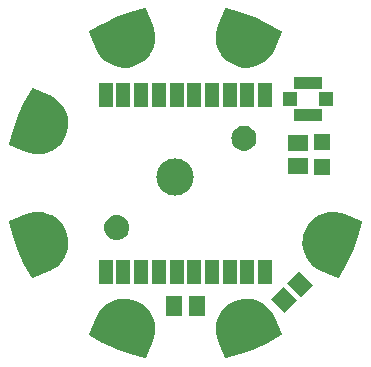
<source format=gbr>
G04 EAGLE Gerber RS-274X export*
G75*
%MOMM*%
%FSLAX34Y34*%
%LPD*%
%INSoldermask Top*%
%IPPOS*%
%AMOC8*
5,1,8,0,0,1.08239X$1,22.5*%
G01*
%ADD10R,1.152400X2.152400*%
%ADD11C,3.152400*%
%ADD12R,1.352400X1.352400*%
%ADD13R,1.652400X1.452400*%
%ADD14R,1.452400X1.652400*%
%ADD15R,2.352400X1.002400*%
%ADD16R,1.202400X1.152400*%
%ADD17C,2.692400*%

G36*
X-129377Y-80320D02*
X-129377Y-80320D01*
X-129352Y-80322D01*
X-129212Y-80287D01*
X-129181Y-80281D01*
X-129176Y-80278D01*
X-129170Y-80277D01*
X-115090Y-74445D01*
X-115073Y-74434D01*
X-115049Y-74426D01*
X-111809Y-72804D01*
X-111778Y-72781D01*
X-111731Y-72757D01*
X-108754Y-70691D01*
X-108733Y-70670D01*
X-108712Y-70657D01*
X-108705Y-70649D01*
X-108683Y-70634D01*
X-106031Y-68164D01*
X-106008Y-68134D01*
X-105969Y-68098D01*
X-103695Y-65276D01*
X-103677Y-65243D01*
X-103644Y-65202D01*
X-101794Y-62085D01*
X-101781Y-62049D01*
X-101754Y-62004D01*
X-100367Y-58656D01*
X-100359Y-58619D01*
X-100339Y-58570D01*
X-99442Y-55059D01*
X-99440Y-55021D01*
X-99426Y-54970D01*
X-99039Y-51366D01*
X-99042Y-51328D01*
X-99036Y-51276D01*
X-99165Y-47654D01*
X-99173Y-47617D01*
X-99175Y-47564D01*
X-99818Y-43998D01*
X-99831Y-43962D01*
X-99840Y-43910D01*
X-100985Y-40472D01*
X-101003Y-40438D01*
X-101020Y-40388D01*
X-102642Y-37147D01*
X-102665Y-37117D01*
X-102688Y-37069D01*
X-104755Y-34093D01*
X-104782Y-34066D01*
X-104812Y-34022D01*
X-107281Y-31370D01*
X-107312Y-31347D01*
X-107347Y-31308D01*
X-110169Y-29034D01*
X-110203Y-29016D01*
X-110243Y-28982D01*
X-113360Y-27133D01*
X-113396Y-27120D01*
X-113441Y-27093D01*
X-116789Y-25706D01*
X-116826Y-25698D01*
X-116875Y-25677D01*
X-120387Y-24781D01*
X-120425Y-24778D01*
X-120476Y-24765D01*
X-124079Y-24378D01*
X-124117Y-24380D01*
X-124169Y-24374D01*
X-127791Y-24504D01*
X-127828Y-24512D01*
X-127881Y-24513D01*
X-131447Y-25157D01*
X-131483Y-25170D01*
X-131535Y-25179D01*
X-134974Y-26324D01*
X-134991Y-26333D01*
X-135016Y-26340D01*
X-149096Y-32172D01*
X-149117Y-32185D01*
X-149140Y-32192D01*
X-149205Y-32241D01*
X-149264Y-32276D01*
X-149270Y-32283D01*
X-149285Y-32293D01*
X-149300Y-32312D01*
X-149319Y-32327D01*
X-149367Y-32401D01*
X-149374Y-32411D01*
X-149405Y-32450D01*
X-149407Y-32456D01*
X-149420Y-32472D01*
X-149427Y-32496D01*
X-149440Y-32516D01*
X-149458Y-32602D01*
X-149470Y-32641D01*
X-149477Y-32662D01*
X-149477Y-32665D01*
X-149484Y-32687D01*
X-149482Y-32712D01*
X-149487Y-32736D01*
X-149471Y-32878D01*
X-149471Y-32881D01*
X-149471Y-32887D01*
X-149470Y-32887D01*
X-149469Y-32911D01*
X-149467Y-32916D01*
X-149466Y-32922D01*
X-146163Y-45248D01*
X-146153Y-45270D01*
X-146147Y-45300D01*
X-141782Y-57291D01*
X-141770Y-57313D01*
X-141761Y-57343D01*
X-136368Y-68908D01*
X-136354Y-68928D01*
X-136343Y-68957D01*
X-129962Y-80008D01*
X-129947Y-80027D01*
X-129937Y-80049D01*
X-129875Y-80112D01*
X-129818Y-80179D01*
X-129796Y-80191D01*
X-129779Y-80209D01*
X-129699Y-80246D01*
X-129622Y-80289D01*
X-129598Y-80293D01*
X-129576Y-80304D01*
X-129488Y-80311D01*
X-129401Y-80325D01*
X-129377Y-80320D01*
G37*
G36*
X129414Y-80321D02*
X129414Y-80321D01*
X129438Y-80324D01*
X129524Y-80305D01*
X129612Y-80293D01*
X129633Y-80281D01*
X129657Y-80276D01*
X129731Y-80228D01*
X129809Y-80186D01*
X129825Y-80168D01*
X129846Y-80155D01*
X129935Y-80042D01*
X129957Y-80017D01*
X129958Y-80013D01*
X129962Y-80008D01*
X136343Y-68957D01*
X136351Y-68934D01*
X136368Y-68908D01*
X141761Y-57343D01*
X141767Y-57319D01*
X141782Y-57291D01*
X146147Y-45300D01*
X146151Y-45276D01*
X146163Y-45248D01*
X149466Y-32922D01*
X149468Y-32897D01*
X149477Y-32875D01*
X149477Y-32851D01*
X149477Y-32850D01*
X149477Y-32841D01*
X149477Y-32786D01*
X149485Y-32698D01*
X149478Y-32675D01*
X149478Y-32650D01*
X149471Y-32629D01*
X149471Y-32626D01*
X149460Y-32600D01*
X149448Y-32567D01*
X149425Y-32482D01*
X149410Y-32462D01*
X149402Y-32439D01*
X149389Y-32424D01*
X149386Y-32418D01*
X149349Y-32377D01*
X149345Y-32372D01*
X149293Y-32300D01*
X149273Y-32287D01*
X149257Y-32268D01*
X149241Y-32259D01*
X149235Y-32252D01*
X149201Y-32235D01*
X149133Y-32194D01*
X149106Y-32176D01*
X149101Y-32175D01*
X149096Y-32172D01*
X135016Y-26340D01*
X134996Y-26335D01*
X134974Y-26324D01*
X131535Y-25179D01*
X131519Y-25177D01*
X131511Y-25173D01*
X131482Y-25168D01*
X131447Y-25157D01*
X127881Y-24513D01*
X127843Y-24513D01*
X127791Y-24504D01*
X124169Y-24374D01*
X124132Y-24380D01*
X124079Y-24378D01*
X120476Y-24765D01*
X120439Y-24776D01*
X120387Y-24781D01*
X116875Y-25677D01*
X116840Y-25693D01*
X116789Y-25706D01*
X113441Y-27093D01*
X113409Y-27113D01*
X113360Y-27133D01*
X110243Y-28982D01*
X110215Y-29007D01*
X110169Y-29034D01*
X107347Y-31308D01*
X107322Y-31337D01*
X107281Y-31370D01*
X104812Y-34022D01*
X104791Y-34054D01*
X104755Y-34093D01*
X102688Y-37069D01*
X102672Y-37104D01*
X102642Y-37147D01*
X101020Y-40388D01*
X101009Y-40425D01*
X100985Y-40472D01*
X99840Y-43910D01*
X99835Y-43948D01*
X99818Y-43998D01*
X99175Y-47564D01*
X99175Y-47603D01*
X99165Y-47654D01*
X99036Y-51276D01*
X99041Y-51314D01*
X99039Y-51366D01*
X99426Y-54970D01*
X99437Y-55006D01*
X99442Y-55059D01*
X100339Y-58570D01*
X100354Y-58605D01*
X100367Y-58656D01*
X101754Y-62004D01*
X101775Y-62036D01*
X101794Y-62085D01*
X103644Y-65202D01*
X103669Y-65231D01*
X103695Y-65276D01*
X105969Y-68098D01*
X105998Y-68123D01*
X106031Y-68164D01*
X108683Y-70634D01*
X108715Y-70654D01*
X108726Y-70664D01*
X108741Y-70681D01*
X108747Y-70684D01*
X108754Y-70691D01*
X111731Y-72757D01*
X111765Y-72773D01*
X111809Y-72804D01*
X115049Y-74426D01*
X115069Y-74431D01*
X115090Y-74445D01*
X129170Y-80277D01*
X129194Y-80282D01*
X129216Y-80293D01*
X129303Y-80306D01*
X129390Y-80325D01*
X129414Y-80321D01*
G37*
G36*
X-33945Y-148208D02*
X-33945Y-148208D01*
X-33920Y-148208D01*
X-33837Y-148178D01*
X-33752Y-148155D01*
X-33732Y-148140D01*
X-33709Y-148132D01*
X-33642Y-148075D01*
X-33570Y-148023D01*
X-33557Y-148003D01*
X-33538Y-147987D01*
X-33464Y-147863D01*
X-33446Y-147836D01*
X-33445Y-147831D01*
X-33442Y-147826D01*
X-27610Y-133746D01*
X-27605Y-133726D01*
X-27594Y-133704D01*
X-26449Y-130265D01*
X-26444Y-130228D01*
X-26427Y-130177D01*
X-25783Y-126611D01*
X-25783Y-126573D01*
X-25774Y-126521D01*
X-25644Y-122899D01*
X-25650Y-122862D01*
X-25648Y-122809D01*
X-26035Y-119206D01*
X-26046Y-119169D01*
X-26051Y-119117D01*
X-26947Y-115605D01*
X-26963Y-115570D01*
X-26976Y-115519D01*
X-28363Y-112171D01*
X-28383Y-112139D01*
X-28403Y-112090D01*
X-30252Y-108973D01*
X-30277Y-108945D01*
X-30304Y-108899D01*
X-32578Y-106077D01*
X-32607Y-106052D01*
X-32640Y-106011D01*
X-35292Y-103542D01*
X-35324Y-103521D01*
X-35363Y-103485D01*
X-38339Y-101418D01*
X-38374Y-101402D01*
X-38417Y-101372D01*
X-41658Y-99750D01*
X-41695Y-99739D01*
X-41742Y-99715D01*
X-45180Y-98570D01*
X-45218Y-98565D01*
X-45268Y-98548D01*
X-48834Y-97905D01*
X-48873Y-97905D01*
X-48924Y-97895D01*
X-52546Y-97766D01*
X-52584Y-97771D01*
X-52636Y-97769D01*
X-56240Y-98156D01*
X-56276Y-98167D01*
X-56329Y-98172D01*
X-59840Y-99069D01*
X-59875Y-99084D01*
X-59926Y-99097D01*
X-63274Y-100484D01*
X-63306Y-100505D01*
X-63355Y-100524D01*
X-66472Y-102374D01*
X-66501Y-102399D01*
X-66546Y-102425D01*
X-69368Y-104699D01*
X-69393Y-104728D01*
X-69434Y-104761D01*
X-71904Y-107413D01*
X-71924Y-107445D01*
X-71961Y-107484D01*
X-74027Y-110461D01*
X-74037Y-110482D01*
X-74044Y-110491D01*
X-74048Y-110502D01*
X-74074Y-110539D01*
X-75696Y-113779D01*
X-75701Y-113799D01*
X-75715Y-113820D01*
X-81547Y-127900D01*
X-81552Y-127924D01*
X-81563Y-127946D01*
X-81576Y-128033D01*
X-81595Y-128120D01*
X-81591Y-128144D01*
X-81594Y-128168D01*
X-81575Y-128254D01*
X-81563Y-128342D01*
X-81551Y-128363D01*
X-81546Y-128387D01*
X-81498Y-128461D01*
X-81456Y-128539D01*
X-81438Y-128555D01*
X-81425Y-128576D01*
X-81312Y-128665D01*
X-81287Y-128687D01*
X-81283Y-128688D01*
X-81278Y-128692D01*
X-70227Y-135073D01*
X-70204Y-135081D01*
X-70178Y-135098D01*
X-58613Y-140491D01*
X-58589Y-140497D01*
X-58561Y-140512D01*
X-46570Y-144877D01*
X-46546Y-144881D01*
X-46518Y-144893D01*
X-34192Y-148196D01*
X-34167Y-148198D01*
X-34145Y-148207D01*
X-34056Y-148207D01*
X-33968Y-148215D01*
X-33945Y-148208D01*
G37*
G36*
X-48924Y97895D02*
X-48924Y97895D01*
X-48887Y97903D01*
X-48834Y97905D01*
X-45268Y98548D01*
X-45232Y98561D01*
X-45180Y98570D01*
X-41742Y99715D01*
X-41708Y99733D01*
X-41658Y99750D01*
X-38417Y101372D01*
X-38387Y101395D01*
X-38339Y101418D01*
X-35363Y103485D01*
X-35336Y103512D01*
X-35292Y103542D01*
X-32640Y106011D01*
X-32617Y106042D01*
X-32578Y106077D01*
X-30304Y108899D01*
X-30286Y108933D01*
X-30252Y108973D01*
X-28403Y112090D01*
X-28390Y112126D01*
X-28363Y112171D01*
X-26976Y115519D01*
X-26968Y115556D01*
X-26947Y115605D01*
X-26051Y119117D01*
X-26048Y119155D01*
X-26035Y119206D01*
X-25648Y122809D01*
X-25650Y122847D01*
X-25644Y122899D01*
X-25774Y126521D01*
X-25782Y126558D01*
X-25783Y126611D01*
X-26427Y130177D01*
X-26440Y130213D01*
X-26449Y130265D01*
X-27594Y133704D01*
X-27603Y133721D01*
X-27610Y133746D01*
X-33442Y147826D01*
X-33455Y147847D01*
X-33462Y147870D01*
X-33515Y147940D01*
X-33563Y148015D01*
X-33582Y148030D01*
X-33597Y148049D01*
X-33671Y148097D01*
X-33742Y148150D01*
X-33766Y148157D01*
X-33786Y148170D01*
X-33872Y148188D01*
X-33957Y148214D01*
X-33982Y148212D01*
X-34006Y148217D01*
X-34148Y148201D01*
X-34181Y148199D01*
X-34186Y148197D01*
X-34192Y148196D01*
X-46518Y144893D01*
X-46540Y144883D01*
X-46570Y144877D01*
X-58561Y140512D01*
X-58583Y140500D01*
X-58613Y140491D01*
X-70178Y135098D01*
X-70198Y135084D01*
X-70227Y135073D01*
X-81278Y128692D01*
X-81297Y128677D01*
X-81319Y128667D01*
X-81382Y128605D01*
X-81449Y128548D01*
X-81461Y128526D01*
X-81479Y128509D01*
X-81516Y128429D01*
X-81559Y128352D01*
X-81563Y128328D01*
X-81574Y128306D01*
X-81581Y128218D01*
X-81595Y128131D01*
X-81590Y128107D01*
X-81592Y128082D01*
X-81557Y127942D01*
X-81551Y127911D01*
X-81548Y127906D01*
X-81547Y127900D01*
X-75715Y113820D01*
X-75704Y113803D01*
X-75696Y113779D01*
X-74074Y110539D01*
X-74051Y110508D01*
X-74027Y110461D01*
X-71961Y107484D01*
X-71934Y107457D01*
X-71904Y107413D01*
X-69434Y104761D01*
X-69404Y104738D01*
X-69368Y104699D01*
X-66546Y102425D01*
X-66513Y102407D01*
X-66472Y102374D01*
X-63355Y100524D01*
X-63319Y100511D01*
X-63274Y100484D01*
X-59926Y99097D01*
X-59889Y99089D01*
X-59840Y99069D01*
X-56329Y98172D01*
X-56291Y98170D01*
X-56240Y98156D01*
X-52636Y97769D01*
X-52598Y97772D01*
X-52546Y97766D01*
X-48924Y97895D01*
G37*
G36*
X34148Y-148201D02*
X34148Y-148201D01*
X34181Y-148199D01*
X34186Y-148197D01*
X34192Y-148196D01*
X46518Y-144893D01*
X46540Y-144883D01*
X46570Y-144877D01*
X58561Y-140512D01*
X58583Y-140500D01*
X58613Y-140491D01*
X70178Y-135098D01*
X70198Y-135084D01*
X70227Y-135073D01*
X81278Y-128692D01*
X81297Y-128677D01*
X81319Y-128667D01*
X81382Y-128605D01*
X81449Y-128548D01*
X81461Y-128526D01*
X81479Y-128509D01*
X81516Y-128429D01*
X81559Y-128352D01*
X81563Y-128328D01*
X81574Y-128306D01*
X81581Y-128218D01*
X81595Y-128131D01*
X81590Y-128107D01*
X81592Y-128082D01*
X81557Y-127942D01*
X81551Y-127911D01*
X81548Y-127906D01*
X81547Y-127900D01*
X75715Y-113820D01*
X75704Y-113803D01*
X75696Y-113779D01*
X74074Y-110539D01*
X74051Y-110508D01*
X74027Y-110461D01*
X71961Y-107484D01*
X71934Y-107457D01*
X71904Y-107413D01*
X69434Y-104761D01*
X69404Y-104738D01*
X69368Y-104699D01*
X66546Y-102425D01*
X66513Y-102407D01*
X66472Y-102374D01*
X63355Y-100524D01*
X63319Y-100511D01*
X63274Y-100484D01*
X59926Y-99097D01*
X59889Y-99089D01*
X59840Y-99069D01*
X56329Y-98172D01*
X56291Y-98170D01*
X56240Y-98156D01*
X52636Y-97769D01*
X52598Y-97772D01*
X52546Y-97766D01*
X48924Y-97895D01*
X48887Y-97903D01*
X48834Y-97905D01*
X45268Y-98548D01*
X45232Y-98561D01*
X45180Y-98570D01*
X41742Y-99715D01*
X41708Y-99733D01*
X41658Y-99750D01*
X38417Y-101372D01*
X38387Y-101395D01*
X38339Y-101418D01*
X35363Y-103485D01*
X35336Y-103512D01*
X35292Y-103542D01*
X32640Y-106011D01*
X32617Y-106042D01*
X32578Y-106077D01*
X30304Y-108899D01*
X30286Y-108933D01*
X30252Y-108973D01*
X28403Y-112090D01*
X28390Y-112126D01*
X28363Y-112171D01*
X26976Y-115519D01*
X26968Y-115556D01*
X26947Y-115605D01*
X26051Y-119117D01*
X26048Y-119155D01*
X26035Y-119206D01*
X25648Y-122809D01*
X25650Y-122847D01*
X25644Y-122899D01*
X25774Y-126521D01*
X25782Y-126558D01*
X25783Y-126611D01*
X26427Y-130177D01*
X26440Y-130213D01*
X26449Y-130265D01*
X27594Y-133704D01*
X27603Y-133721D01*
X27610Y-133746D01*
X33442Y-147826D01*
X33455Y-147847D01*
X33462Y-147870D01*
X33515Y-147940D01*
X33563Y-148015D01*
X33582Y-148030D01*
X33597Y-148049D01*
X33671Y-148097D01*
X33742Y-148150D01*
X33766Y-148157D01*
X33786Y-148170D01*
X33872Y-148188D01*
X33957Y-148214D01*
X33982Y-148212D01*
X34006Y-148217D01*
X34148Y-148201D01*
G37*
G36*
X52584Y97771D02*
X52584Y97771D01*
X52636Y97769D01*
X56240Y98156D01*
X56276Y98167D01*
X56329Y98172D01*
X59840Y99069D01*
X59875Y99084D01*
X59926Y99097D01*
X63274Y100484D01*
X63306Y100505D01*
X63355Y100524D01*
X66472Y102374D01*
X66501Y102399D01*
X66546Y102425D01*
X69368Y104699D01*
X69393Y104728D01*
X69434Y104761D01*
X71904Y107413D01*
X71924Y107445D01*
X71961Y107484D01*
X74027Y110461D01*
X74043Y110495D01*
X74074Y110539D01*
X75696Y113779D01*
X75701Y113799D01*
X75715Y113820D01*
X81547Y127900D01*
X81552Y127924D01*
X81563Y127946D01*
X81576Y128033D01*
X81595Y128120D01*
X81591Y128144D01*
X81594Y128168D01*
X81575Y128254D01*
X81563Y128342D01*
X81551Y128363D01*
X81546Y128387D01*
X81498Y128461D01*
X81456Y128539D01*
X81438Y128555D01*
X81425Y128576D01*
X81312Y128665D01*
X81287Y128687D01*
X81283Y128688D01*
X81278Y128692D01*
X70227Y135073D01*
X70204Y135081D01*
X70178Y135098D01*
X58613Y140491D01*
X58589Y140497D01*
X58561Y140512D01*
X46570Y144877D01*
X46546Y144881D01*
X46518Y144893D01*
X34192Y148196D01*
X34167Y148198D01*
X34145Y148207D01*
X34056Y148207D01*
X33968Y148215D01*
X33945Y148208D01*
X33920Y148208D01*
X33837Y148178D01*
X33752Y148155D01*
X33732Y148140D01*
X33709Y148132D01*
X33642Y148075D01*
X33570Y148023D01*
X33557Y148003D01*
X33538Y147987D01*
X33464Y147863D01*
X33446Y147836D01*
X33445Y147831D01*
X33442Y147826D01*
X27610Y133746D01*
X27605Y133726D01*
X27594Y133704D01*
X26449Y130265D01*
X26444Y130228D01*
X26427Y130177D01*
X25783Y126611D01*
X25783Y126573D01*
X25774Y126521D01*
X25644Y122899D01*
X25650Y122862D01*
X25648Y122809D01*
X26035Y119206D01*
X26046Y119169D01*
X26051Y119117D01*
X26947Y115605D01*
X26963Y115570D01*
X26976Y115519D01*
X28363Y112171D01*
X28383Y112139D01*
X28403Y112090D01*
X30252Y108973D01*
X30277Y108945D01*
X30304Y108899D01*
X32578Y106077D01*
X32607Y106052D01*
X32640Y106011D01*
X35292Y103542D01*
X35324Y103521D01*
X35363Y103485D01*
X38339Y101418D01*
X38374Y101402D01*
X38417Y101372D01*
X41658Y99750D01*
X41695Y99739D01*
X41742Y99715D01*
X45180Y98570D01*
X45218Y98565D01*
X45268Y98548D01*
X48834Y97905D01*
X48873Y97905D01*
X48924Y97895D01*
X52546Y97766D01*
X52584Y97771D01*
G37*
G36*
X-124132Y24380D02*
X-124132Y24380D01*
X-124079Y24378D01*
X-120476Y24765D01*
X-120439Y24776D01*
X-120387Y24781D01*
X-116875Y25677D01*
X-116840Y25693D01*
X-116789Y25706D01*
X-113441Y27093D01*
X-113409Y27113D01*
X-113360Y27133D01*
X-110243Y28982D01*
X-110215Y29007D01*
X-110169Y29034D01*
X-107347Y31308D01*
X-107322Y31337D01*
X-107281Y31370D01*
X-104812Y34022D01*
X-104791Y34054D01*
X-104755Y34093D01*
X-102688Y37069D01*
X-102672Y37104D01*
X-102642Y37147D01*
X-101020Y40388D01*
X-101009Y40425D01*
X-100985Y40472D01*
X-99840Y43910D01*
X-99835Y43948D01*
X-99818Y43998D01*
X-99175Y47564D01*
X-99175Y47603D01*
X-99165Y47654D01*
X-99036Y51276D01*
X-99041Y51314D01*
X-99039Y51366D01*
X-99426Y54970D01*
X-99437Y55006D01*
X-99442Y55059D01*
X-100339Y58570D01*
X-100354Y58605D01*
X-100367Y58656D01*
X-101754Y62004D01*
X-101775Y62036D01*
X-101794Y62085D01*
X-103644Y65202D01*
X-103669Y65231D01*
X-103695Y65276D01*
X-105969Y68098D01*
X-105998Y68123D01*
X-106031Y68164D01*
X-108683Y70634D01*
X-108715Y70654D01*
X-108754Y70691D01*
X-111731Y72757D01*
X-111765Y72773D01*
X-111809Y72804D01*
X-115049Y74426D01*
X-115069Y74431D01*
X-115090Y74445D01*
X-129170Y80277D01*
X-129194Y80282D01*
X-129216Y80293D01*
X-129303Y80306D01*
X-129390Y80325D01*
X-129414Y80321D01*
X-129438Y80324D01*
X-129524Y80305D01*
X-129612Y80293D01*
X-129633Y80281D01*
X-129657Y80276D01*
X-129731Y80228D01*
X-129809Y80186D01*
X-129825Y80168D01*
X-129846Y80155D01*
X-129935Y80042D01*
X-129957Y80017D01*
X-129958Y80013D01*
X-129962Y80008D01*
X-136343Y68957D01*
X-136351Y68934D01*
X-136368Y68908D01*
X-141761Y57343D01*
X-141767Y57319D01*
X-141782Y57291D01*
X-146147Y45300D01*
X-146151Y45276D01*
X-146163Y45248D01*
X-149466Y32922D01*
X-149468Y32897D01*
X-149477Y32875D01*
X-149477Y32786D01*
X-149485Y32698D01*
X-149478Y32675D01*
X-149478Y32650D01*
X-149448Y32567D01*
X-149425Y32482D01*
X-149410Y32462D01*
X-149402Y32439D01*
X-149345Y32372D01*
X-149293Y32300D01*
X-149273Y32287D01*
X-149257Y32268D01*
X-149133Y32194D01*
X-149106Y32176D01*
X-149101Y32175D01*
X-149096Y32172D01*
X-135016Y26340D01*
X-134996Y26335D01*
X-134974Y26324D01*
X-131535Y25179D01*
X-131498Y25174D01*
X-131447Y25157D01*
X-127881Y24513D01*
X-127843Y24513D01*
X-127791Y24504D01*
X-124169Y24374D01*
X-124132Y24380D01*
G37*
G36*
X51322Y27620D02*
X51322Y27620D01*
X51365Y27632D01*
X51431Y27639D01*
X53114Y28090D01*
X53155Y28109D01*
X53218Y28128D01*
X54798Y28865D01*
X54835Y28891D01*
X54894Y28920D01*
X56322Y29920D01*
X56353Y29952D01*
X56406Y29991D01*
X57639Y31224D01*
X57664Y31260D01*
X57710Y31308D01*
X58710Y32736D01*
X58728Y32777D01*
X58765Y32832D01*
X59502Y34412D01*
X59513Y34455D01*
X59540Y34516D01*
X59991Y36199D01*
X59993Y36231D01*
X60000Y36252D01*
X60000Y36267D01*
X60010Y36308D01*
X60162Y38045D01*
X60158Y38089D01*
X60162Y38155D01*
X60010Y39892D01*
X59998Y39935D01*
X59991Y40001D01*
X59540Y41684D01*
X59521Y41725D01*
X59502Y41788D01*
X58765Y43368D01*
X58739Y43405D01*
X58710Y43464D01*
X57710Y44892D01*
X57678Y44923D01*
X57639Y44976D01*
X56406Y46209D01*
X56370Y46234D01*
X56322Y46280D01*
X54894Y47280D01*
X54853Y47298D01*
X54798Y47335D01*
X53218Y48072D01*
X53175Y48083D01*
X53114Y48110D01*
X51431Y48561D01*
X51386Y48564D01*
X51322Y48580D01*
X49585Y48732D01*
X49541Y48728D01*
X49475Y48732D01*
X47738Y48580D01*
X47695Y48568D01*
X47629Y48561D01*
X45946Y48110D01*
X45905Y48091D01*
X45842Y48072D01*
X44262Y47335D01*
X44225Y47309D01*
X44166Y47280D01*
X42738Y46280D01*
X42707Y46248D01*
X42654Y46209D01*
X41421Y44976D01*
X41396Y44940D01*
X41350Y44892D01*
X40350Y43464D01*
X40332Y43423D01*
X40295Y43368D01*
X39558Y41788D01*
X39547Y41745D01*
X39520Y41684D01*
X39069Y40001D01*
X39066Y39956D01*
X39050Y39892D01*
X38898Y38155D01*
X38902Y38111D01*
X38898Y38045D01*
X39050Y36308D01*
X39062Y36265D01*
X39066Y36231D01*
X39066Y36215D01*
X39068Y36210D01*
X39069Y36199D01*
X39520Y34516D01*
X39539Y34475D01*
X39558Y34412D01*
X40295Y32832D01*
X40321Y32795D01*
X40350Y32736D01*
X41350Y31308D01*
X41382Y31277D01*
X41421Y31224D01*
X42654Y29991D01*
X42690Y29966D01*
X42738Y29920D01*
X44166Y28920D01*
X44207Y28902D01*
X44262Y28865D01*
X45842Y28128D01*
X45885Y28117D01*
X45946Y28090D01*
X47629Y27639D01*
X47674Y27636D01*
X47738Y27620D01*
X49475Y27468D01*
X49519Y27472D01*
X49585Y27468D01*
X51322Y27620D01*
G37*
G36*
X-56398Y-48130D02*
X-56398Y-48130D01*
X-56355Y-48118D01*
X-56289Y-48111D01*
X-54606Y-47660D01*
X-54565Y-47641D01*
X-54502Y-47622D01*
X-52922Y-46885D01*
X-52885Y-46859D01*
X-52826Y-46830D01*
X-51398Y-45830D01*
X-51367Y-45798D01*
X-51314Y-45759D01*
X-50081Y-44526D01*
X-50056Y-44490D01*
X-50010Y-44442D01*
X-49010Y-43014D01*
X-48992Y-42973D01*
X-48955Y-42918D01*
X-48218Y-41338D01*
X-48207Y-41295D01*
X-48180Y-41234D01*
X-47729Y-39551D01*
X-47727Y-39519D01*
X-47720Y-39498D01*
X-47720Y-39483D01*
X-47710Y-39442D01*
X-47558Y-37705D01*
X-47562Y-37661D01*
X-47558Y-37595D01*
X-47710Y-35858D01*
X-47722Y-35815D01*
X-47729Y-35749D01*
X-48180Y-34066D01*
X-48199Y-34025D01*
X-48218Y-33962D01*
X-48955Y-32382D01*
X-48981Y-32345D01*
X-49010Y-32286D01*
X-50010Y-30858D01*
X-50042Y-30827D01*
X-50081Y-30774D01*
X-51314Y-29541D01*
X-51350Y-29516D01*
X-51398Y-29470D01*
X-52826Y-28470D01*
X-52867Y-28452D01*
X-52922Y-28415D01*
X-54502Y-27678D01*
X-54545Y-27667D01*
X-54606Y-27640D01*
X-56289Y-27189D01*
X-56334Y-27186D01*
X-56398Y-27170D01*
X-58135Y-27018D01*
X-58179Y-27022D01*
X-58245Y-27018D01*
X-59982Y-27170D01*
X-60025Y-27182D01*
X-60091Y-27189D01*
X-61774Y-27640D01*
X-61815Y-27659D01*
X-61878Y-27678D01*
X-63458Y-28415D01*
X-63495Y-28441D01*
X-63554Y-28470D01*
X-64982Y-29470D01*
X-65013Y-29502D01*
X-65066Y-29541D01*
X-66299Y-30774D01*
X-66324Y-30810D01*
X-66370Y-30858D01*
X-67370Y-32286D01*
X-67388Y-32327D01*
X-67425Y-32382D01*
X-68162Y-33962D01*
X-68173Y-34005D01*
X-68200Y-34066D01*
X-68651Y-35749D01*
X-68654Y-35794D01*
X-68670Y-35858D01*
X-68822Y-37595D01*
X-68818Y-37639D01*
X-68822Y-37705D01*
X-68670Y-39442D01*
X-68658Y-39485D01*
X-68654Y-39519D01*
X-68654Y-39535D01*
X-68652Y-39540D01*
X-68651Y-39551D01*
X-68200Y-41234D01*
X-68181Y-41275D01*
X-68162Y-41338D01*
X-67425Y-42918D01*
X-67399Y-42955D01*
X-67370Y-43014D01*
X-66370Y-44442D01*
X-66338Y-44473D01*
X-66299Y-44526D01*
X-65066Y-45759D01*
X-65030Y-45784D01*
X-64982Y-45830D01*
X-63554Y-46830D01*
X-63513Y-46848D01*
X-63458Y-46885D01*
X-61878Y-47622D01*
X-61835Y-47633D01*
X-61774Y-47660D01*
X-60091Y-48111D01*
X-60046Y-48114D01*
X-59982Y-48130D01*
X-58245Y-48282D01*
X-58201Y-48278D01*
X-58135Y-48282D01*
X-56398Y-48130D01*
G37*
D10*
X-67500Y-75000D03*
X-52500Y-75000D03*
X-37500Y-75000D03*
X-22500Y-75000D03*
X-7500Y-75000D03*
X7500Y-75000D03*
X22500Y-75000D03*
X37500Y-75000D03*
X52500Y-75000D03*
X67500Y-75000D03*
X67500Y75000D03*
X52500Y75000D03*
X37500Y75000D03*
X22500Y75000D03*
X7500Y75000D03*
X-7500Y75000D03*
X-22500Y75000D03*
X-37500Y75000D03*
X-52500Y75000D03*
X-67500Y75000D03*
D11*
X-8500Y5000D03*
D12*
X115810Y13630D03*
X115810Y34630D03*
D13*
X95490Y33630D03*
X95490Y14630D03*
D14*
X9740Y-104140D03*
X-9260Y-104140D03*
G36*
X86170Y-84372D02*
X96440Y-74102D01*
X108124Y-85786D01*
X97854Y-96056D01*
X86170Y-84372D01*
G37*
G36*
X72735Y-97807D02*
X83005Y-87537D01*
X94689Y-99221D01*
X84419Y-109491D01*
X72735Y-97807D01*
G37*
D15*
X104140Y57370D03*
X104140Y84870D03*
D16*
X88890Y71120D03*
X119390Y71120D03*
D17*
X-48260Y-115570D03*
X116840Y-46990D03*
X-116840Y-46990D03*
X48260Y115570D03*
X48260Y-115570D03*
X-116840Y46990D03*
X-48260Y115570D03*
M02*

</source>
